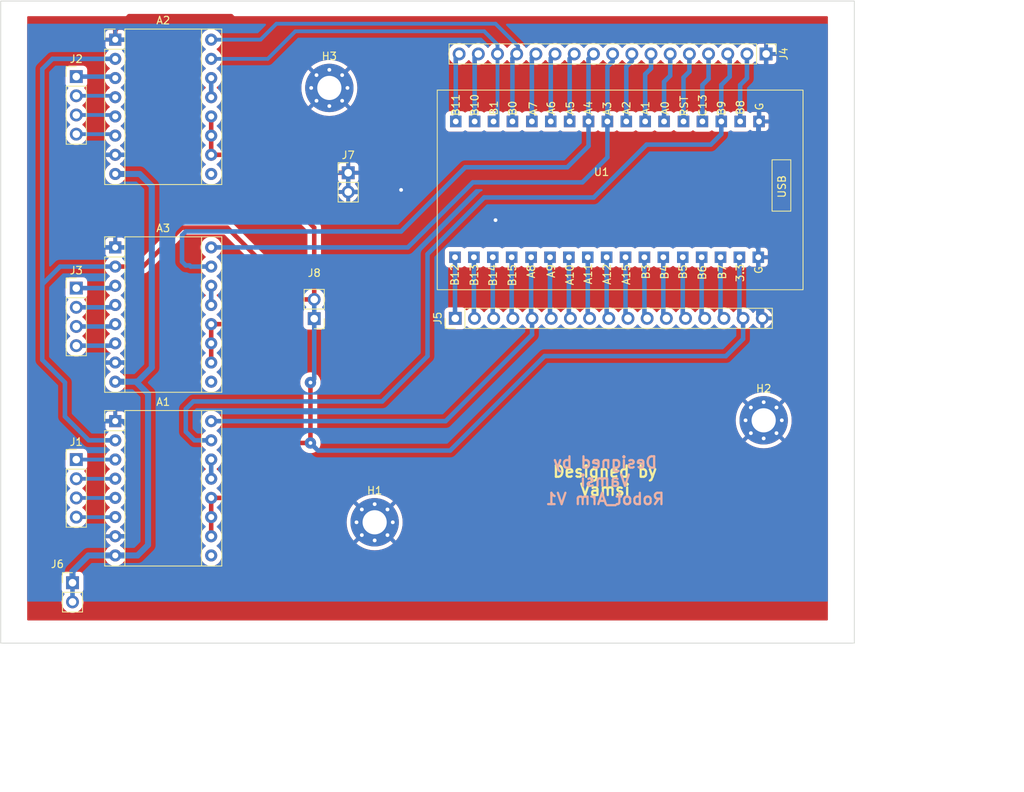
<source format=kicad_pcb>
(kicad_pcb (version 20211014) (generator pcbnew)
  (layers (0 "F.Cu" signal) (31 "B.Cu" signal) (34 "B.Paste" user) (35 "F.Paste" user) (36 "B.SilkS" user "B.Silkscreen") (37 "F.SilkS" user "F.Silkscreen") (38 "B.Mask" user) (39 "F.Mask" user) (44 "Edge.Cuts" user))
  (net 0 "")
  (net 1 "GND")
  (net 2 "3.3v")
  (net 3 "Net-(A1-Pad3)")
  (net 4 "Net-(A1-Pad4)")
  (net 5 "Net-(A1-Pad5)")
  (net 6 "Net-(A1-Pad6)")
  (net 7 "VMOT")
  (net 9 "Net-(A1-Pad13)")
  (net 10 "STEP1")
  (net 11 "DIR1")
  (net 12 "Net-(A2-Pad3)")
  (net 13 "Net-(A2-Pad4)")
  (net 14 "Net-(A2-Pad5)")
  (net 15 "Net-(A2-Pad6)")
  (net 17 "Net-(A2-Pad13)")
  (net 18 "STEP2")
  (net 19 "DIR2")
  (net 20 "Net-(A3-Pad3)")
  (net 21 "Net-(A3-Pad4)")
  (net 22 "Net-(A3-Pad5)")
  (net 23 "Net-(A3-Pad6)")
  (net 25 "Net-(A3-Pad13)")
  (net 26 "STEP3")
  (net 27 "DIR3")
  (net 28 "Net-(J4-Pad2)")
  (net 29 "Net-(J4-Pad4)")
  (net 30 "Net-(J4-Pad5)")
  (net 31 "Net-(J4-Pad7)")
  (net 32 "Net-(J4-Pad8)")
  (net 33 "Net-(J4-Pad11)")
  (net 34 "Net-(J4-Pad12)")
  (net 35 "Net-(J4-Pad13)")
  (net 36 "Net-(J4-Pad16)")
  (net 37 "Net-(J4-Pad17)")
  (net 38 "Net-(J5-Pad1)")
  (net 39 "Net-(J5-Pad2)")
  (net 40 "Net-(J5-Pad3)")
  (net 41 "Net-(J5-Pad4)")
  (net 42 "Net-(J5-Pad6)")
  (net 43 "Net-(J5-Pad7)")
  (net 44 "Net-(J5-Pad8)")
  (net 45 "Net-(J5-Pad9)")
  (net 46 "Net-(J5-Pad10)")
  (net 47 "Net-(J5-Pad11)")
  (net 48 "Net-(J5-Pad12)")
  (net 49 "Net-(J5-Pad13)")
  (net 50 "Net-(J5-Pad14)")
  (net 51 "Net-(J5-Pad15)")
  (net 52 "/A0")
  (footprint "MountingHole:MountingHole_3.2mm_M3_Pad_Via" (layer "F.Cu") (at 109.5 53)
    (fp_text reference "H3" (at 0 -4.2) (layer "F.SilkS"))
    (fp_text value "MountingHole_Pad")
    (pad "1" thru_hole circle (at 0 0) (size 6.4 6.4) (drill 3.2) (layers *.Cu *.Mask) (net 1 "GND"))
    (pad "1" thru_hole circle (at -2.4 0) (size 0.8 0.8) (drill 0.5) (layers *.Cu *.Mask) (net 1 "GND"))
    (pad "1" thru_hole circle (at 0 2.4) (size 0.8 0.8) (drill 0.5) (layers *.Cu *.Mask) (net 1 "GND"))
    (pad "1" thru_hole circle (at -1.697056 -1.697056) (size 0.8 0.8) (drill 0.5) (layers *.Cu *.Mask) (net 1 "GND"))
    (pad "1" thru_hole circle (at 2.4 0) (size 0.8 0.8) (drill 0.5) (layers *.Cu *.Mask) (net 1 "GND"))
    (pad "1" thru_hole circle (at 1.697056 1.697056) (size 0.8 0.8) (drill 0.5) (layers *.Cu *.Mask) (net 1 "GND"))
    (pad "1" thru_hole circle (at 0 -2.4) (size 0.8 0.8) (drill 0.5) (layers *.Cu *.Mask) (net 1 "GND"))
    (pad "1" thru_hole circle (at 1.697056 -1.697056) (size 0.8 0.8) (drill 0.5) (layers *.Cu *.Mask) (net 1 "GND"))
    (pad "1" thru_hole circle (at -1.697056 1.697056) (size 0.8 0.8) (drill 0.5) (layers *.Cu *.Mask) (net 1 "GND"))
  )
  (footprint "Connector_PinHeader_2.54mm:PinHeader_1x02_P2.54mm_Vertical" (layer "F.Cu") (at 107.5 83.54 180)
    (fp_text reference "J8" (at 0 6.04) (layer "F.SilkS"))
    (fp_text value "Conn_01x02_Male")
    (pad "1" thru_hole rect (at 0 0 180) (size 1.7 1.7) (drill 1) (layers *.Cu *.Mask) (net 2 "3.3v"))
    (pad "2" thru_hole oval (at 0 2.54 180) (size 1.7 1.7) (drill 1) (layers *.Cu *.Mask) (net 2 "3.3v"))
  )
  (footprint "Vamsi:STM32F1" (layer "F.Cu") (at 145.562932 67.4875)
    (fp_text reference "U1" (at -0.025 -3.35 unlocked) (layer "F.SilkS"))
    (fp_text value "STM32F1")
    (fp_text user "B10" (at -16.825 -12.225 90 unlocked) (layer "F.SilkS"))
    (fp_text user "A15" (at 3.25 10.2 90 unlocked) (layer "F.SilkS"))
    (fp_text user "B15" (at -11.85 10.3 90 unlocked) (layer "F.SilkS"))
    (fp_text user "B14" (at -14.4 10.3 90 unlocked) (layer "F.SilkS"))
    (fp_text user "B5" (at 10.75 9.85 90 unlocked) (layer "F.SilkS"))
    (fp_text user "A8" (at -9.35 9.8 90 unlocked) (layer "F.SilkS"))
    (fp_text user "A1" (at 5.775 -11.825 90 unlocked) (layer "F.SilkS"))
    (fp_text user "RST" (at 10.9 -12.1 90 unlocked) (layer "F.SilkS"))
    (fp_text user "A10" (at -4.225 10.25 90 unlocked) (layer "F.SilkS"))
    (fp_text user "B12" (at -19.45 10.25 90 unlocked) (layer "F.SilkS"))
    (fp_text user "A9" (at -6.7 9.75 90 unlocked) (layer "F.SilkS"))
    (fp_text user "B7" (at 15.95 9.875 90 unlocked) (layer "F.SilkS"))
    (fp_text user "A2" (at 3.275 -11.825 90 unlocked) (layer "F.SilkS"))
    (fp_text user "G" (at 20.775 9.625 90 unlocked) (layer "F.SilkS"))
    (fp_text user "USB" (at 23.85 -1.425 90 unlocked) (layer "F.SilkS"))
    (fp_text user "B9" (at 15.85 -11.8 90 unlocked) (layer "F.SilkS"))
    (fp_text user "B6" (at 13.3 9.95 90 unlocked) (layer "F.SilkS"))
    (fp_text user "A11" (at -1.8 10.125 90 unlocked) (layer "F.SilkS"))
    (fp_text user "B8" (at 18.35 -11.9 90 unlocked) (layer "F.SilkS"))
    (fp_text user "A3" (at 0.725 -11.775 90 unlocked) (layer "F.SilkS"))
    (fp_text user "A6" (at -6.7 -11.85 90 unlocked) (layer "F.SilkS"))
    (fp_text user "C13" (at 13.35 -12.175 90 unlocked) (layer "F.SilkS"))
    (fp_text user "A12" (at 0.7 10.175 90 unlocked) (layer "F.SilkS"))
    (fp_text user "B0" (at -11.8 -11.8 90 unlocked) (layer "F.SilkS"))
    (fp_text user "A7" (at -9.075 -11.75 90 unlocked) (layer "F.SilkS"))
    (fp_text user "A0" (at 8.375 -11.825 90 unlocked) (layer "F.SilkS"))
    (fp_text user "B11" (at -19.325 -12.225 90 unlocked) (layer "F.SilkS"))
    (fp_text user "G" (at 20.875 -12.025 90 unlocked) (layer "F.SilkS"))
    (fp_text user "3.3" (at 18.325 10 90 unlocked) (layer "F.SilkS"))
    (fp_text user "B1" (at -14.275 -11.825 90 unlocked) (layer "F.SilkS"))
    (fp_text user "B3" (at 5.85 9.85 90 unlocked) (layer "F.SilkS"))
    (fp_text user "B13" (at -16.875 10.275 90 unlocked) (layer "F.SilkS"))
    (fp_text user "A5" (at -4.175 -11.825 90 unlocked) (layer "F.SilkS"))
    (fp_text user "B4" (at 8.325 9.875 90 unlocked) (layer "F.SilkS"))
    (fp_text user "A4" (at -1.775 -11.85 90 unlocked) (layer "F.SilkS"))
    (pad "1" thru_hole rect (at -19.325 -10.05) (size 1.524 1.524) (drill 0.762) (layers *.Cu *.Mask) (net 37 "Net-(J4-Pad17)"))
    (pad "2" thru_hole rect (at -16.825 -10.05) (size 1.524 1.524) (drill 0.762) (layers *.Cu *.Mask) (net 36 "Net-(J4-Pad16)"))
    (pad "3" thru_hole rect (at -14.325 -10.05) (size 1.524 1.524) (drill 0.762) (layers *.Cu *.Mask) (net 18 "STEP2"))
    (pad "4" thru_hole rect (at -11.825 -10.05) (size 1.524 1.524) (drill 0.762) (layers *.Cu *.Mask) (net 19 "DIR2"))
    (pad "5" thru_hole rect (at -9.25 -10.05) (size 1.524 1.524) (drill 0.762) (layers *.Cu *.Mask) (net 35 "Net-(J4-Pad13)"))
    (pad "6" thru_hole rect (at -6.75 -10.05) (size 1.524 1.524) (drill 0.762) (layers *.Cu *.Mask) (net 34 "Net-(J4-Pad12)"))
    (pad "7" thru_hole rect (at -4.25 -10.05) (size 1.524 1.524) (drill 0.762) (layers *.Cu *.Mask) (net 33 "Net-(J4-Pad11)"))
    (pad "8" thru_hole rect (at -1.75 -10.05) (size 1.524 1.524) (drill 0.762) (layers *.Cu *.Mask) (net 26 "STEP3"))
    (pad "9" thru_hole rect (at 0.75 -10.05) (size 1.524 1.524) (drill 0.762) (layers *.Cu *.Mask) (net 27 "DIR3"))
    (pad "10" thru_hole rect (at 3.25 -10.05) (size 1.524 1.524) (drill 0.762) (layers *.Cu *.Mask) (net 32 "Net-(J4-Pad8)"))
    (pad "11" thru_hole rect (at 5.75 -10.05) (size 1.524 1.524) (drill 0.762) (layers *.Cu *.Mask) (net 31 "Net-(J4-Pad7)"))
    (pad "12" thru_hole rect (at 8.25 -10.05) (size 1.524 1.524) (drill 0.762) (layers *.Cu *.Mask) (net 52 "/A0"))
    (pad "13" thru_hole rect (at 10.825 -10.05) (size 1.524 1.524) (drill 0.762) (layers *.Cu *.Mask) (net 30 "Net-(J4-Pad5)"))
    (pad "14" thru_hole rect (at 13.325 -10.05) (size 1.524 1.524) (drill 0.762) (layers *.Cu *.Mask) (net 29 "Net-(J4-Pad4)"))
    (pad "15" thru_hole rect (at 15.825 -10.05) (size 1.524 1.524) (drill 0.762) (layers *.Cu *.Mask) (net 10 "STEP1"))
    (pad "16" thru_hole rect (at 18.325 -10.05) (size 1.524 1.524) (drill 0.762) (layers *.Cu *.Mask) (net 28 "Net-(J4-Pad2)"))
    (pad "17" thru_hole rect (at 20.825 -10.05) (size 1.524 1.524) (drill 0.762) (layers *.Cu *.Mask) (net 1 "GND"))
    (pad "18" thru_hole rect (at 20.725 7.925) (size 1.524 1.524) (drill 0.762) (layers *.Cu *.Mask) (net 1 "GND"))
    (pad "19" thru_hole rect (at 18.225 7.925) (size 1.524 1.524) (drill 0.762) (layers *.Cu *.Mask) (net 2 "3.3v"))
    (pad "20" thru_hole rect (at 15.725 7.925) (size 1.524 1.524) (drill 0.762) (layers *.Cu *.Mask) (net 51 "Net-(J5-Pad15)"))
    (pad "21" thru_hole rect (at 13.225 7.925) (size 1.524 1.524) (drill 0.762) (layers *.Cu *.Mask) (net 50 "Net-(J5-Pad14)"))
    (pad "22" thru_hole rect (at 10.725 7.925) (size 1.524 1.524) (drill 0.762) (layers *.Cu *.Mask) (net 49 "Net-(J5-Pad13)"))
    (pad "23" thru_hole rect (at 8.15 7.925) (size 1.524 1.524) (drill 0.762) (layers *.Cu *.Mask) (net 48 "Net-(J5-Pad12)"))
    (pad "24" thru_hole rect (at 5.65 7.925) (size 1.524 1.524) (drill 0.762) (layers *.Cu *.Mask) (net 47 "Net-(J5-Pad11)"))
    (pad "25" thru_hole rect (at 3.15 7.925) (size 1.524 1.524) (drill 0.762) (layers *.Cu *.Mask) (net 46 "Net-(J5-Pad10)"))
    (pad "26" thru_hole rect (at 0.65 7.925) (size 1.524 1.524) (drill 0.762) (layers *.Cu *.Mask) (net 45 "Net-(J5-Pad9)"))
    (pad "27" thru_hole rect (at -1.85 7.925) (size 1.524 1.524) (drill 0.762) (layers *.Cu *.Mask) (net 44 "Net-(J5-Pad8)"))
    (pad "28" thru_hole rect (at -4.35 7.925) (size 1.524 1.524) (drill 0.762) (layers *.Cu *.Mask) (net 43 "Net-(J5-Pad7)"))
    (pad "29" thru_hole rect (at -6.85 7.925) (size 1.524 1.524) (drill 0.762) (layers *.Cu *.Mask) (net 42 "Net-(J5-Pad6)"))
    (pad "30" thru_hole rect (at -9.35 7.925) (size 1.524 1.524) (drill 0.762) (layers *.Cu *.Mask) (net 11 "DIR1"))
    (pad "31" thru_hole rect (at -11.925 7.925) (size 1.524 1.524) (drill 0.762) (layers *.Cu *.Mask) (net 41 "Net-(J5-Pad4)"))
    (pad "32" thru_hole rect (at -14.425 7.925) (size 1.524 1.524) (drill 0.762) (layers *.Cu *.Mask) (net 40 "Net-(J5-Pad3)"))
    (pad "33" thru_hole rect (at -16.925 7.925) (size 1.524 1.524) (drill 0.762) (layers *.Cu *.Mask) (net 39 "Net-(J5-Pad2)"))
    (pad "34" thru_hole rect (at -19.425 7.925) (size 1.524 1.524) (drill 0.762) (layers *.Cu *.Mask) (net 38 "Net-(J5-Pad1)"))
  )
  (footprint "Connector_PinHeader_2.54mm:PinHeader_1x17_P2.54mm_Vertical" (layer "F.Cu") (at 167.325 48.5 -90)
    (fp_text reference "J4" (at 0 -2.33 90) (layer "F.SilkS"))
    (fp_text value "Conn_01x17_Male")
    (pad "1" thru_hole rect (at 0 0 270) (size 1.7 1.7) (drill 1) (layers *.Cu *.Mask) (net 1 "GND"))
    (pad "2" thru_hole oval (at 0 2.54 270) (size 1.7 1.7) (drill 1) (layers *.Cu *.Mask) (net 28 "Net-(J4-Pad2)"))
    (pad "3" thru_hole oval (at 0 5.08 270) (size 1.7 1.7) (drill 1) (layers *.Cu *.Mask) (net 10 "STEP1"))
    (pad "4" thru_hole oval (at 0 7.62 270) (size 1.7 1.7) (drill 1) (layers *.Cu *.Mask) (net 29 "Net-(J4-Pad4)"))
    (pad "5" thru_hole oval (at 0 10.16 270) (size 1.7 1.7) (drill 1) (layers *.Cu *.Mask) (net 30 "Net-(J4-Pad5)"))
    (pad "6" thru_hole oval (at 0 12.7 270) (size 1.7 1.7) (drill 1) (layers *.Cu *.Mask) (net 52 "/A0"))
    (pad "7" thru_hole oval (at 0 15.24 270) (size 1.7 1.7) (drill 1) (layers *.Cu *.Mask) (net 31 "Net-(J4-Pad7)"))
    (pad "8" thru_hole oval (at 0 17.78 270) (size 1.7 1.7) (drill 1) (layers *.Cu *.Mask) (net 32 "Net-(J4-Pad8)"))
    (pad "9" thru_hole oval (at 0 20.32 270) (size 1.7 1.7) (drill 1) (layers *.Cu *.Mask) (net 27 "DIR3"))
    (pad "10" thru_hole oval (at 0 22.86 270) (size 1.7 1.7) (drill 1) (layers *.Cu *.Mask) (net 26 "STEP3"))
    (pad "11" thru_hole oval (at 0 25.4 270) (size 1.7 1.7) (drill 1) (layers *.Cu *.Mask) (net 33 "Net-(J4-Pad11)"))
    (pad "12" thru_hole oval (at 0 27.94 270) (size 1.7 1.7) (drill 1) (layers *.Cu *.Mask) (net 34 "Net-(J4-Pad12)"))
    (pad "13" thru_hole oval (at 0 30.48 270) (size 1.7 1.7) (drill 1) (layers *.Cu *.Mask) (net 35 "Net-(J4-Pad13)"))
    (pad "14" thru_hole oval (at 0 33.02 270) (size 1.7 1.7) (drill 1) (layers *.Cu *.Mask) (net 19 "DIR2"))
    (pad "15" thru_hole oval (at 0 35.56 270) (size 1.7 1.7) (drill 1) (layers *.Cu *.Mask) (net 18 "STEP2"))
    (pad "16" thru_hole oval (at 0 38.1 270) (size 1.7 1.7) (drill 1) (layers *.Cu *.Mask) (net 36 "Net-(J4-Pad16)"))
    (pad "17" thru_hole oval (at 0 40.64 270) (size 1.7 1.7) (drill 1) (layers *.Cu *.Mask) (net 37 "Net-(J4-Pad17)"))
  )
  (footprint "Connector_PinHeader_2.54mm:PinHeader_1x02_P2.54mm_Vertical" (layer "F.Cu") (at 75.5 118.5)
    (fp_text reference "J6" (at -2 -2.46) (layer "F.SilkS"))
    (fp_text value "Conn_01x02_Male")
    (pad "1" thru_hole rect (at 0 0) (size 1.7 1.7) (drill 1) (layers *.Cu *.Mask) (net 7 "VMOT"))
    (pad "2" thru_hole oval (at 0 2.54) (size 1.7 1.7) (drill 1) (layers *.Cu *.Mask) (net 7 "VMOT"))
  )
  (footprint "MountingHole:MountingHole_3.2mm_M3_Pad_Via" (layer "F.Cu") (at 115.5 110.5)
    (fp_text reference "H1" (at 0 -4.2) (layer "F.SilkS"))
    (fp_text value "MountingHole_Pad")
    (pad "1" thru_hole circle (at 2.4 0) (size 0.8 0.8) (drill 0.5) (layers *.Cu *.Mask) (net 1 "GND"))
    (pad "1" thru_hole circle (at 0 0) (size 6.4 6.4) (drill 3.2) (layers *.Cu *.Mask) (net 1 "GND"))
    (pad "1" thru_hole circle (at 0 2.4) (size 0.8 0.8) (drill 0.5) (layers *.Cu *.Mask) (net 1 "GND"))
    (pad "1" thru_hole circle (at 1.697056 -1.697056) (size 0.8 0.8) (drill 0.5) (layers *.Cu *.Mask) (net 1 "GND"))
    (pad "1" thru_hole circle (at 0 -2.4) (size 0.8 0.8) (drill 0.5) (layers *.Cu *.Mask) (net 1 "GND"))
    (pad "1" thru_hole circle (at 1.697056 1.697056) (size 0.8 0.8) (drill 0.5) (layers *.Cu *.Mask) (net 1 "GND"))
    (pad "1" thru_hole circle (at -2.4 0) (size 0.8 0.8) (drill 0.5) (layers *.Cu *.Mask) (net 1 "GND"))
    (pad "1" thru_hole circle (at -1.697056 -1.697056) (size 0.8 0.8) (drill 0.5) (layers *.Cu *.Mask) (net 1 "GND"))
    (pad "1" thru_hole circle (at -1.697056 1.697056) (size 0.8 0.8) (drill 0.5) (layers *.Cu *.Mask) (net 1 "GND"))
  )
  (footprint "Connector_PinHeader_2.54mm:PinHeader_1x02_P2.54mm_Vertical" (layer "F.Cu") (at 112 64.23)
    (fp_text reference "J7" (at 0 -2.33) (layer "F.SilkS"))
    (fp_text value "Conn_01x02_Male")
    (pad "1" thru_hole rect (at 0 0) (size 1.7 1.7) (drill 1) (layers *.Cu *.Mask) (net 1 "GND"))
    (pad "2" thru_hole oval (at 0 2.54) (size 1.7 1.7) (drill 1) (layers *.Cu *.Mask) (net 1 "GND"))
  )
  (footprint "Connector_PinHeader_2.54mm:PinHeader_1x17_P2.54mm_Vertical" (layer "F.Cu") (at 126.175 83.5 90)
    (fp_text reference "J5" (at 0 -2.33 90) (layer "F.SilkS"))
    (fp_text value "Conn_01x17_Male")
    (pad "1" thru_hole rect (at 0 0 90) (size 1.7 1.7) (drill 1) (layers *.Cu *.Mask) (net 38 "Net-(J5-Pad1)"))
    (pad "2" thru_hole oval (at 0 2.54 90) (size 1.7 1.7) (drill 1) (layers *.Cu *.Mask) (net 39 "Net-(J5-Pad2)"))
    (pad "3" thru_hole oval (at 0 5.08 90) (size 1.7 1.7) (drill 1) (layers *.Cu *.Mask) (net 40 "Net-(J5-Pad3)"))
    (pad "4" thru_hole oval (at 0 7.62 90) (size 1.7 1.7) (drill 1) (layers *.Cu *.Mask) (net 41 "Net-(J5-Pad4)"))
    (pad "5" thru_hole oval (at 0 10.16 90) (size 1.7 1.7) (drill 1) (layers *.Cu *.Mask) (net 11 "DIR1"))
    (pad "6" thru_hole oval (at 0 12.7 90) (size 1.7 1.7) (drill 1) (layers *.Cu *.Mask) (net 42 "Net-(J5-Pad6)"))
    (pad "7" thru_hole oval (at 0 15.24 90) (size 1.7 1.7) (drill 1) (layers *.Cu *.Mask) (net 43 "Net-(J5-Pad7)"))
    (pad "8" thru_hole oval (at 0 17.78 90) (size 1.7 1.7) (drill 1) (layers *.Cu *.Mask) (net 44 "Net-(J5-Pad8)"))
    (pad "9" thru_hole oval (at 0 20.32 90) (size 1.7 1.7) (drill 1) (layers *.Cu *.Mask) (net 45 "Net-(J5-Pad9)"))
    (pad "10" thru_hole oval (at 0 22.86 90) (size 1.7 1.7) (drill 1) (layers *.Cu *.Mask) (net 46 "Net-(J5-Pad10)"))
    (pad "11" thru_hole oval (at 0 25.4 90) (size 1.7 1.7) (drill 1) (layers *.Cu *.Mask) (net 47 "Net-(J5-Pad11)"))
    (pad "12" thru_hole oval (at 0 27.94 90) (size 1.7 1.7) (drill 1) (layers *.Cu *.Mask) (net 48 "Net-(J5-Pad12)"))
    (pad "13" thru_hole oval (at 0 30.48 90) (size 1.7 1.7) (drill 1) (layers *.Cu *.Mask) (net 49 "Net-(J5-Pad13)"))
    (pad "14" thru_hole oval (at 0 33.02 90) (size 1.7 1.7) (drill 1) (layers *.Cu *.Mask) (net 50 "Net-(J5-Pad14)"))
    (pad "15" thru_hole oval (at 0 35.56 90) (size 1.7 1.7) (drill 1) (layers *.Cu *.Mask) (net 51 "Net-(J5-Pad15)"))
    (pad "16" thru_hole oval (at 0 38.1 90) (size 1.7 1.7) (drill 1) (layers *.Cu *.Mask) (net 2 "3.3v"))
    (pad "17" thru_hole oval (at 0 40.64 90) (size 1.7 1.7) (drill 1) (layers *.Cu *.Mask) (net 1 "GND"))
  )
  (footprint "Module:Pololu_Breakout-16_15.2x20.3mm" (layer "F.Cu") (at 81.16 74.11)
    (fp_text reference "A3" (at 6.35 -2.54) (layer "F.SilkS"))
    (fp_text value "Pololu_Breakout_A4988")
    (pad "1" thru_hole rect (at 0 0) (size 1.6 1.6) (drill 0.8) (layers *.Cu *.Mask) (net 1 "GND"))
    (pad "2" thru_hole oval (at 0 2.54) (size 1.6 1.6) (drill 0.8) (layers *.Cu *.Mask) (net 2 "3.3v"))
    (pad "3" thru_hole oval (at 0 5.08) (size 1.6 1.6) (drill 0.8) (layers *.Cu *.Mask) (net 20 "Net-(A3-Pad3)"))
    (pad "4" thru_hole oval (at 0 7.62) (size 1.6 1.6) (drill 0.8) (layers *.Cu *.Mask) (net 21 "Net-(A3-Pad4)"))
    (pad "5" thru_hole oval (at 0 10.16) (size 1.6 1.6) (drill 0.8) (layers *.Cu *.Mask) (net 22 "Net-(A3-Pad5)"))
    (pad "6" thru_hole oval (at 0 12.7) (size 1.6 1.6) (drill 0.8) (layers *.Cu *.Mask) (net 23 "Net-(A3-Pad6)"))
    (pad "7" thru_hole oval (at 0 15.24) (size 1.6 1.6) (drill 0.8) (layers *.Cu *.Mask) (net 1 "GND"))
    (pad "8" thru_hole oval (at 0 17.78) (size 1.6 1.6) (drill 0.8) (layers *.Cu *.Mask) (net 7 "VMOT"))
    (pad "9" thru_hole oval (at 12.7 17.78) (size 1.6 1.6) (drill 0.8) (layers *.Cu *.Mask))
    (pad "10" thru_hole oval (at 12.7 15.24) (size 1.6 1.6) (drill 0.8) (layers *.Cu *.Mask) (net 2 "3.3v"))
    (pad "11" thru_hole oval (at 12.7 12.7) (size 1.6 1.6) (drill 0.8) (layers *.Cu *.Mask) (net 2 "3.3v"))
    (pad "12" thru_hole oval (at 12.7 10.16) (size 1.6 1.6) (drill 0.8) (layers *.Cu *.Mask) (net 2 "3.3v"))
    (pad "13" thru_hole oval (at 12.7 7.62) (size 1.6 1.6) (drill 0.8) (layers *.Cu *.Mask) (net 25 "Net-(A3-Pad13)"))
    (pad "14" thru_hole oval (at 12.7 5.08) (size 1.6 1.6) (drill 0.8) (layers *.Cu *.Mask) (net 25 "Net-(A3-Pad13)"))
    (pad "15" thru_hole oval (at 12.7 2.54) (size 1.6 1.6) (drill 0.8) (layers *.Cu *.Mask) (net 26 "STEP3"))
    (pad "16" thru_hole oval (at 12.7 0) (size 1.6 1.6) (drill 0.8) (layers *.Cu *.Mask) (net 27 "DIR3"))
  )
  (footprint "Connector_PinHeader_2.54mm:PinHeader_1x04_P2.54mm_Vertical" (layer "F.Cu") (at 76 51.5)
    (fp_text reference "J2" (at 0 -2.33) (layer "F.SilkS"))
    (fp_text value "Conn_01x04_Male")
    (pad "1" thru_hole rect (at 0 0) (size 1.7 1.7) (drill 1) (layers *.Cu *.Mask) (net 12 "Net-(A2-Pad3)"))
    (pad "2" thru_hole oval (at 0 2.54) (size 1.7 1.7) (drill 1) (layers *.Cu *.Mask) (net 13 "Net-(A2-Pad4)"))
    (pad "3" thru_hole oval (at 0 5.08) (size 1.7 1.7) (drill 1) (layers *.Cu *.Mask) (net 14 "Net-(A2-Pad5)"))
    (pad "4" thru_hole oval (at 0 7.62) (size 1.7 1.7) (drill 1) (layers *.Cu *.Mask) (net 15 "Net-(A2-Pad6)"))
  )
  (footprint "MountingHole:MountingHole_3.2mm_M3_Pad_Via" (layer "F.Cu") (at 167 97)
    (fp_text reference "H2" (at 0 -4.2) (layer "F.SilkS"))
    (fp_text value "MountingHole_Pad")
    (pad "1" thru_hole circle (at 0 2.4) (size 0.8 0.8) (drill 0.5) (layers *.Cu *.Mask) (net 1 "GND"))
    (pad "1" thru_hole circle (at 1.697056 1.697056) (size 0.8 0.8) (drill 0.5) (layers *.Cu *.Mask) (net 1 "GND"))
    (pad "1" thru_hole circle (at -1.697056 1.697056) (size 0.8 0.8) (drill 0.5) (layers *.Cu *.Mask) (net 1 "GND"))
    (pad "1" thru_hole circle (at 0 -2.4) (size 0.8 0.8) (drill 0.5) (layers *.Cu *.Mask) (net 1 "GND"))
    (pad "1" thru_hole circle (at 1.697056 -1.697056) (size 0.8 0.8) (drill 0.5) (layers *.Cu *.Mask) (net 1 "GND"))
    (pad "1" thru_hole circle (at -2.4 0) (size 0.8 0.8) (drill 0.5) (layers *.Cu *.Mask) (net 1 "GND"))
    (pad "1" thru_hole circle (at -1.697056 -1.697056) (size 0.8 0.8) (drill 0.5) (layers *.Cu *.Mask) (net 1 "GND"))
    (pad "1" thru_hole circle (at 0 0) (size 6.4 6.4) (drill 3.2) (layers *.Cu *.Mask) (net 1 "GND"))
    (pad "1" thru_hole circle (at 2.4 0) (size 0.8 0.8) (drill 0.5) (layers *.Cu *.Mask) (net 1 "GND"))
  )
  (footprint "Module:Pololu_Breakout-16_15.2x20.3mm" (layer "F.Cu") (at 81.16 46.61)
    (fp_text reference "A2" (at 6.35 -2.54) (layer "F.SilkS"))
    (fp_text value "Pololu_Breakout_A4988")
    (pad "1" thru_hole rect (at 0 0) (size 1.6 1.6) (drill 0.8) (layers *.Cu *.Mask) (net 1 "GND"))
    (pad "2" thru_hole oval (at 0 2.54) (size 1.6 1.6) (drill 0.8) (layers *.Cu *.Mask) (net 2 "3.3v"))
    (pad "3" thru_hole oval (at 0 5.08) (size 1.6 1.6) (drill 0.8) (layers *.Cu *.Mask) (net 12 "Net-(A2-Pad3)"))
    (pad "4" thru_hole oval (at 0 7.62) (size 1.6 1.6) (drill 0.8) (layers *.Cu *.Mask) (net 13 "Net-(A2-Pad4)"))
    (pad "5" thru_hole oval (at 0 10.16) (size 1.6 1.6) (drill 0.8) (layers *.Cu *.Mask) (net 14 "Net-(A2-Pad5)"))
    (pad "6" thru_hole oval (at 0 12.7) (size 1.6 1.6) (drill 0.8) (layers *.Cu *.Mask) (net 15 "Net-(A2-Pad6)"))
    (pad "7" thru_hole oval (at 0 15.24) (size 1.6 1.6) (drill 0.8) (layers *.Cu *.Mask) (net 1 "GND"))
    (pad "8" thru_hole oval (at 0 17.78) (size 1.6 1.6) (drill 0.8) (layers *.Cu *.Mask) (net 7 "VMOT"))
    (pad "9" thru_hole oval (at 12.7 17.78) (size 1.6 1.6) (drill 0.8) (layers *.Cu *.Mask))
    (pad "10" thru_hole oval (at 12.7 15.24) (size 1.6 1.6) (drill 0.8) (layers *.Cu *.Mask) (net 2 "3.3v"))
    (pad "11" thru_hole oval (at 12.7 12.7) (size 1.6 1.6) (drill 0.8) (layers *.Cu *.Mask) (net 2 "3.3v"))
    (pad "12" thru_hole oval (at 12.7 10.16) (size 1.6 1.6) (drill 0.8) (layers *.Cu *.Mask) (net 2 "3.3v"))
    (pad "13" thru_hole oval (at 12.7 7.62) (size 1.6 1.6) (drill 0.8) (layers *.Cu *.Mask) (net 17 "Net-(A2-Pad13)"))
    (pad "14" thru_hole oval (at 12.7 5.08) (size 1.6 1.6) (drill 0.8) (layers *.Cu *.Mask) (net 17 "Net-(A2-Pad13)"))
    (pad "15" thru_hole oval (at 12.7 2.54) (size 1.6 1.6) (drill 0.8) (layers *.Cu *.Mask) (net 18 "STEP2"))
    (pad "16" thru_hole oval (at 12.7 0) (size 1.6 1.6) (drill 0.8) (layers *.Cu *.Mask) (net 19 "DIR2"))
  )
  (footprint "Connector_PinHeader_2.54mm:PinHeader_1x04_P2.54mm_Vertical" (layer "F.Cu") (at 76 102.2)
    (fp_text reference "J1" (at 0 -2.33) (layer "F.SilkS"))
    (fp_text value "Conn_01x04_Male")
    (pad "1" thru_hole rect (at 0 0) (size 1.7 1.7) (drill 1) (layers *.Cu *.Mask) (net 3 "Net-(A1-Pad3)"))
    (pad "2" thru_hole oval (at 0 2.54) (size 1.7 1.7) (drill 1) (layers *.Cu *.Mask) (net 4 "Net-(A1-Pad4)"))
    (pad "3" thru_hole oval (at 0 5.08) (size 1.7 1.7) (drill 1) (layers *.Cu *.Mask) (net 5 "Net-(A1-Pad5)"))
    (pad "4" thru_hole oval (at 0 7.62) (size 1.7 1.7) (drill 1) (layers *.Cu *.Mask) (net 6 "Net-(A1-Pad6)"))
  )
  (footprint "Connector_PinHeader_2.54mm:PinHeader_1x04_P2.54mm_Vertical" (layer "F.Cu") (at 76 79.5)
    (fp_text reference "J3" (at 0 -2.33) (layer "F.SilkS"))
    (fp_text value "Conn_01x04_Male")
    (pad "1" thru_hole rect (at 0 0) (size 1.7 1.7) (drill 1) (layers *.Cu *.Mask) (net 20 "Net-(A3-Pad3)"))
    (pad "2" thru_hole oval (at 0 2.54) (size 1.7 1.7) (drill 1) (layers *.Cu *.Mask) (net 21 "Net-(A3-Pad4)"))
    (pad "3" thru_hole oval (at 0 5.08) (size 1.7 1.7) (drill 1) (layers *.Cu *.Mask) (net 22 "Net-(A3-Pad5)"))
    (pad "4" thru_hole oval (at 0 7.62) (size 1.7 1.7) (drill 1) (layers *.Cu *.Mask) (net 23 "Net-(A3-Pad6)"))
  )
  (footprint "Module:Pololu_Breakout-16_15.2x20.3mm" (layer "F.Cu") (at 81.16 97.11)
    (fp_text reference "A1" (at 6.35 -2.54) (layer "F.SilkS"))
    (fp_text value "Pololu_Breakout_A4988")
    (pad "1" thru_hole rect (at 0 0) (size 1.6 1.6) (drill 0.8) (layers *.Cu *.Mask) (net 1 "GND"))
    (pad "2" thru_hole oval (at 0 2.54) (size 1.6 1.6) (drill 0.8) (layers *.Cu *.Mask) (net 2 "3.3v"))
    (pad "3" thru_hole oval (at 0 5.08) (size 1.6 1.6) (drill 0.8) (layers *.Cu *.Mask) (net 3 "Net-(A1-Pad3)"))
    (pad "4" thru_hole oval (at 0 7.62) (size 1.6 1.6) (drill 0.8) (layers *.Cu *.Mask) (net 4 "Net-(A1-Pad4)"))
    (pad "5" thru_hole oval (at 0 10.16) (size 1.6 1.6) (drill 0.8) (layers *.Cu *.Mask) (net 5 "Net-(A1-Pad5)"))
    (pad "6" thru_hole oval (at 0 12.7) (size 1.6 1.6) (drill 0.8) (layers *.Cu *.Mask) (net 6 "Net-(A1-Pad6)"))
    (pad "7" thru_hole oval (at 0 15.24) (size 1.6 1.6) (drill 0.8) (layers *.Cu *.Mask) (net 1 "GND"))
    (pad "8" thru_hole oval (at 0 17.78) (size 1.6 1.6) (drill 0.8) (layers *.Cu *.Mask) (net 7 "VMOT"))
    (pad "9" thru_hole oval (at 12.7 17.78) (size 1.6 1.6) (drill 0.8) (layers *.Cu *.Mask))
    (pad "10" thru_hole oval (at 12.7 15.24) (size 1.6 1.6) (drill 0.8) (layers *.Cu *.Mask) (net 2 "3.3v"))
    (pad "11" thru_hole oval (at 12.7 12.7) (size 1.6 1.6) (drill 0.8) (layers *.Cu *.Mask) (net 2 "3.3v"))
    (pad "12" thru_hole oval (at 12.7 10.16) (size 1.6 1.6) (drill 0.8) (layers *.Cu *.Mask) (net 2 "3.3v"))
    (pad "13" thru_hole oval (at 12.7 7.62) (size 1.6 1.6) (drill 0.8) (layers *.Cu *.Mask) (net 9 "Net-(A1-Pad13)"))
    (pad "14" thru_hole oval (at 12.7 5.08) (size 1.6 1.6) (drill 0.8) (layers *.Cu *.Mask) (net 9 "Net-(A1-Pad13)"))
    (pad "15" thru_hole oval (at 12.7 2.54) (size 1.6 1.6) (drill 0.8) (layers *.Cu *.Mask) (net 10 "STEP1"))
    (pad "16" thru_hole oval (at 12.7 0) (size 1.6 1.6) (drill 0.8) (layers *.Cu *.Mask) (net 11 "DIR1"))
  )
  (gr_poly (pts (xy 179 126.5) (xy 66 126.5) (xy 66 41.5) (xy 179 41.5)) (layer "Edge.Cuts") (width 0.1) (fill none))
  (gr_text "Designed by\nVamsi\nRobot_Arm V1" (at 146 105) (layer "B.SilkS") (effects (font (size 1.5 1.5) (thickness 0.3)) (justify mirror)))
  (gr_text "Designed by\nVamsi" (at 146 105) (layer "F.SilkS") (effects (font (size 1.5 1.5) (thickness 0.3))))
  (segment (start 112 64.23) (end 106.73 64.23) (width 0.6) (layer "F.Cu") (net 1))
  (segment (start 96.5 43.5) (end 83 43.5) (width 0.6) (layer "F.Cu") (net 1))
  (segment (start 127.5 66.5) (end 131.5 70.5) (width 0.6) (layer "F.Cu") (net 1))
  (segment (start 119 66.5) (end 127.5 66.5) (width 0.6) (layer "F.Cu") (net 1))
  (segment (start 98 45) (end 96.5 43.5) (width 0.6) (layer "F.Cu") (net 1))
  (segment (start 98 55.5) (end 98 45) (width 0.6) (layer "F.Cu") (net 1))
  (segment (start 83 43.5) (end 81.16 45.34) (width 0.6) (layer "F.Cu") (net 1))
  (segment (start 106.73 64.23) (end 98 55.5) (width 0.6) (layer "F.Cu") (net 1))
  (segment (start 81.16 45.34) (end 81.16 46.61) (width 0.6) (layer "F.Cu") (net 1))
  (via (at 131.5 70.5) (size 1.5) (drill 0.5) (layers "F.Cu" "B.Cu") (net 1))
  (via (at 119 66.5) (size 1.5) (drill 0.5) (layers "F.Cu" "B.Cu") (net 1))
  (segment (start 162.575864 70.5) (end 166.287932 74.212068) (width 0.6) (layer "B.Cu") (net 1))
  (segment (start 83.5 98.5) (end 83.5 111.5) (width 0.6) (layer "B.Cu") (net 1))
  (segment (start 83.11 46.61) (end 85.5 49) (width 0.6) (layer "B.Cu") (net 1))
  (segment (start 81.16 97.11) (end 82.11 97.11) (width 0.6) (layer "B.Cu") (net 1))
  (segment (start 112 66.77) (end 112 64.23) (width 0.6) (layer "B.Cu") (net 1))
  (segment (start 82.11 97.11) (end 83.5 98.5) (width 0.6) (layer "B.Cu") (net 1))
  (segment (start 84 75.5) (end 84 88.5) (width 0.6) (layer "B.Cu") (net 1))
  (segment (start 166.287932 74.212068) (end 166.287932 57.5375) (width 0.6) (layer "B.Cu") (net 1))
  (segment (start 82.35 89.35) (end 81.16 89.35) (width 0.6) (layer "B.Cu") (net 1))
  (segment (start 85.5 49) (end 85.5 57) (width 0.6) (layer "B.Cu") (net 1))
  (segment (start 81.16 46.61) (end 83.11 46.61) (width 0.6) (layer "B.Cu") (net 1))
  (segment (start 83.15 61.85) (end 81.16 61.85) (width 0.6) (layer "B.Cu") (net 1))
  (segment (start 82.5 89.5) (end 82.35 89.35) (width 0.6) (layer "B.Cu") (net 1))
  (segment (start 78.11 97.11) (end 76.5 95.5) (width 0.6) (layer "B.Cu") (net 1))
  (segment (start 166.387932 57.4375) (end 166.387932 52.612068) (width 0.6) (layer "B.Cu") (net 1))
  (segment (start 79.5 89.5) (end 79.65 89.35) (width 0.6) (layer "B.Cu") (net 1))
  (segment (start 167.325 51.325) (end 167.325 48.5) (width 0.6) (layer "B.Cu") (net 1))
  (segment (start 81.16 97.11) (end 78.11 97.11) (width 0.6) (layer "B.Cu") (net 1))
  (segment (start 166.287932 75.4125) (end 166.287932 82.972932) (width 0.6) (layer "B.Cu") (net 1))
  (segment (start 166.287932 82.972932) (end 166.815 83.5) (width 0.6) (layer "B.Cu") (net 1))
  (segment (start 166.387932 52.612068) (end 167.5 51.5) (width 0.6) (layer "B.Cu") (net 1))
  (segment (start 82.65 112.35) (end 81.16 112.35) (width 0.6) (layer "B.Cu") (net 1))
  (segment (start 85.5 59.5) (end 83.15 61.85) (width 0.6) (layer "B.Cu") (net 1))
  (segment (start 79 89.5) (end 79.5 89.5) (width 0.6) (layer "B.Cu") (net 1))
  (segment (start 166.287932 75.4125) (end 166.287932 74.212068) (width 0.6) (layer "B.Cu") (net 1))
  (segment (start 85.5 57) (end 85.5 59.5) (width 0.6) (layer "B.Cu") (net 1))
  (segment (start 77 64) (end 79.15 61.85) (width 0.6) (layer "B.Cu") (net 1))
  (segment (start 85.73 56.77) (end 85.5 57) (width 0.6) (layer "B.Cu") (net 1))
  (segment (start 166.287932 57.5375) (end 166.387932 57.4375) (width 0.6) (layer "B.Cu") (net 1))
  (segment (start 79.15 61.85) (end 81.16 61.85) (width 0.6) (layer "B.Cu") (net 1))
  (segment (start 82.61 74.11) (end 84 75.5) (width 0.6) (layer "B.Cu") (net 1))
  (segment (start 81.16 74.11) (end 79.61 74.11) (width 0.6) (layer "B.Cu") (net 1))
  (segment (start 76.5 92) (end 79 89.5) (width 0.6) (layer "B.Cu") (net 1))
  (segment (start 131.5 70.5) (end 162.575864 70.5) (width 0.6) (layer "B.Cu") (net 1))
  (segment (start 79.61 74.11) (end 77 71.5) (width 0.6) (layer "B.Cu") (net 1))
  (segment (start 83 89.5) (end 82.5 89.5) (width 0.6) (layer "B.Cu") (net 1))
  (segment (start 83.5 111.5) (end 82.65 112.35) (width 0.6) (layer "B.Cu") (net 1))
  (segment (start 167.5 51.5) (end 167.325 51.325) (width 0.6) (layer "B.Cu") (net 1))
  (segment (start 81.16 74.11) (end 82.61 74.11) (width 0.6) (layer "B.Cu") (net 1))
  (segment (start 77 71.5) (end 77 64) (width 0.6) (layer "B.Cu") (net 1))
  (segment (start 118.73 66.77) (end 119 66.5) (width 0.6) (layer "B.Cu") (net 1))
  (segment (start 76.5 95.5) (end 76.5 92) (width 0.6) (layer "B.Cu") (net 1))
  (segment (start 79.65 89.35) (end 81.16 89.35) (width 0.6) (layer "B.Cu") (net 1))
  (segment (start 84 88.5) (end 83 89.5) (width 0.6) (layer "B.Cu") (net 1))
  (segment (start 112 66.77) (end 118.73 66.77) (width 0.6) (layer "B.Cu") (net 1))
  (segment (start 107.5 81) (end 105.5 81) (width 0.6) (layer "F.Cu") (net 2))
  (segment (start 93.86 56.77) (end 93.86 59.31) (width 0.6) (layer "F.Cu") (net 2))
  (segment (start 105.5 81) (end 96 71.5) (width 0.6) (layer "F.Cu") (net 2))
  (segment (start 96 71.5) (end 90 71.5) (width 0.6) (layer "F.Cu") (net 2))
  (segment (start 93.86 107.27) (end 95.73 107.27) (width 0.6) (layer "F.Cu") (net 2))
  (segment (start 93.86 84.27) (end 93.86 86.81) (width 0.6) (layer "F.Cu") (net 2))
  (segment (start 84.85 76.65) (end 81.16 76.65) (width 0.6) (layer "F.Cu") (net 2))
  (segment (start 93.86 59.31) (end 93.86 61.85) (width 0.6) (layer "F.Cu") (net 2))
  (segment (start 93.86 84.27) (end 102.23 84.27) (width 0.6) (layer "F.Cu") (net 2))
  (segment (start 95.73 107.27) (end 103 100) (width 0.6) (layer "F.Cu") (net 2))
  (segment (start 93.86 107.27) (end 93.86 109.81) (width 0.6) (layer "F.Cu") (net 2))
  (segment (start 102.23 84.27) (end 105.5 81) (width 0.6) (layer "F.Cu") (net 2))
  (segment (start 107.5 81) (end 107.5 71.5) (width 0.6) (layer "F.Cu") (net 2))
  (segment (start 93.86 86.81) (end 93.86 89.35) (width 0.6) (layer "F.Cu") (net 2))
  (segment (start 107 100) (end 107 92) (width 0.6) (layer "F.Cu") (net 2))
  (segment (start 103 100) (end 107 100) (width 0.6) (layer "F.Cu") (net 2))
  (segment (start 90 71.5) (end 84.85 76.65) (width 0.6) (layer "F.Cu") (net 2))
  (segment (start 93.86 109.81) (end 93.86 112.35) (width 0.6) (layer "F.Cu") (net 2))
  (segment (start 107.5 71.5) (end 97.85 61.85) (width 0.6) (layer "F.Cu") (net 2))
  (segment (start 97.85 61.85) (end 93.86 61.85) (width 0.6) (layer "F.Cu") (net 2))
  (via (at 107 100) (size 1.5) (drill 0.5) (layers "F.Cu" "B.Cu") (net 2))
  (via (at 107 92) (size 1.5) (drill 0.5) (layers "F.Cu" "B.Cu") (net 2))
  (segment (start 74.5 92) (end 74.5 96.5) (width 0.6) (layer "B.Cu") (net 2))
  (segment (start 107 92) (end 107.5 91.5) (width 0.6) (layer "B.Cu") (net 2))
  (segment (start 71.5 89) (end 74.5 92) (width 0.6) (layer "B.Cu") (net 2))
  (segment (start 125.5 101) (end 138 88.5) (width 0.6) (layer "B.Cu") (net 2))
  (segment (start 164.275 86.225) (end 164.275 83.5) (width 0.6) (layer "B.Cu") (net 2))
  (segment (start 73.85 76.65) (end 81.16 76.65) (width 0.6) (layer "B.Cu") (net 2))
  (segment (start 108 101) (end 125.5 101) (width 0.6) (layer "B.Cu") (net 2))
  (segment (start 107.5 81) (end 107.5 83.54) (width 0.6) (layer "B.Cu") (net 2))
  (segment (start 77.65 99.65) (end 81.16 99.65) (width 0.6) (layer "B.Cu") (net 2))
  (segment (start 71.5 89) (end 71.5 79.5) (width 0.6) (layer "B.Cu") (net 2))
  (segment (start 163.787932 75.4125) (end 163.787932 83.012932) (width 0.6) (layer "B.Cu") (net 2))
  (segment (start 81.16 49.15) (end 72.85 49.15) (width 0.6) (layer "B.Cu") (net 2))
  (segment (start 71.5 50.5) (end 71.5 79.5) (width 0.6) (layer "B.Cu") (net 2))
  (segment (start 138 88.5) (end 162 88.5) (width 0.6) (layer "B.Cu") (net 2))
  (segment (start 71.5 79) (end 73.85 76.65) (width 0.6) (layer "B.Cu") (net 2))
  (segment (start 74.5 96.5) (end 77.65 99.65) (width 0.6) (layer "B.Cu") (net 2))
  (segment (start 162 88.5) (end 164.275 86.225) (width 0.6) (layer "B.Cu") (net 2))
  (segment (start 71.5 79.5) (end 71.5 79) (width 0.6) (layer "B.Cu") (net 2))
  (segment (start 163.787932 83.012932) (end 164.275 83.5) (width 0.6) (layer "B.Cu") (net 2))
  (segment (start 107 100) (end 108 101) (width 0.6) (layer "B.Cu") (net 2))
  (segment (start 107.5 91.5) (end 107.5 83.54) (width 0.6) (layer "B.Cu") (net 2))
  (segment (start 72.85 49.15) (end 71.5 50.5) (width 0.6) (layer "B.Cu") (net 2))
  (segment (start 76 102.2) (end 81.15 102.2) (width 0.5) (layer "B.Cu") (net 3))
  (segment (start 81.15 102.2) (end 81.16 102.19) (width 0.25) (layer "B.Cu") (net 3))
  (segment (start 76 104.74) (end 81.15 104.74) (width 0.5) (layer "B.Cu") (net 4))
  (segment (start 81.15 104.74) (end 81.16 104.73) (width 0.25) (layer "B.Cu") (net 4))
  (segment (start 81.15 107.28) (end 81.16 107.27) (width 0.25) (layer "B.Cu") (net 5))
  (segment (start 76 107.28) (end 81.15 107.28) (width 0.5) (layer "B.Cu") (net 5))
  (segment (start 81.15 109.82) (end 81.16 109.81) (width 0.25) (layer "B.Cu") (net 6))
  (segment (start 76 109.82) (end 81.15 109.82) (width 0.5) (layer "B.Cu") (net 6))
  (segment (start 83.89 91.89) (end 81.16 91.89) (width 0.8) (layer "B.Cu") (net 7))
  (segment (start 84.11 114.89) (end 85.5 113.5) (width 0.8) (layer "B.Cu") (net 7))
  (segment (start 85.5 113.5) (end 85.5 93.5) (width 0.8) (layer "B.Cu") (net 7))
  (segment (start 84.39 64.39) (end 81.16 64.39) (width 0.8) (layer "B.Cu") (net 7))
  (segment (start 86 90) (end 86 66) (width 0.8) (layer "B.Cu") (net 7))
  (segment (start 85.5 93.5) (end 83.89 91.89) (width 0.8) (layer "B.Cu") (net 7))
  (segment (start 75.5 121.04) (end 75.5 118.5) (width 0.6) (layer "B.Cu") (net 7))
  (segment (start 75.5 118.5) (end 75.5 117) (width 0.8) (layer "B.Cu") (net 7))
  (segment (start 86 66) (end 84.39 64.39) (width 0.8) (layer "B.Cu") (net 7))
  (segment (start 75.5 117) (end 77.61 114.89) (width 0.8) (layer "B.Cu") (net 7))
  (segment (start 77.61 114.89) (end 81.16 114.89) (width 0.8) (layer "B.Cu") (net 7))
  (segment (start 81.16 114.89) (end 84.11 114.89) (width 0.8) (layer "B.Cu") (net 7))
  (segment (start 84.11 91.89) (end 86 90) (width 0.8) (layer "B.Cu") (net 7))
  (segment (start 83.89 91.89) (end 84.11 91.89) (width 0.8) (layer "B.Cu") (net 7))
  (segment (start 93.86 104.73) (end 93.86 102.19) (width 0.6) (layer "B.Cu") (net 9))
  (segment (start 161.387932 52.612068) (end 162.5 51.5) (width 0.6) (layer "B.Cu") (net 10))
  (segment (start 116.5 94.5) (end 122.5 88.5) (width 0.6) (layer "B.Cu") (net 10))
  (segment (start 162.5 51.5) (end 162.5 48.755) (width 0.6) (layer "B.Cu") (net 10))
  (segment (start 160 60.5) (end 161.387932 59.112068) (width 0.6) (layer "B.Cu") (net 10))
  (segment (start 130 67.5) (end 144.5 67.5) (width 0.6) (layer "B.Cu") (net 10))
  (segment (start 122.5 88.5) (end 122.5 75) (width 0.6) (layer "B.Cu") (net 10))
  (segment (start 144.5 67.5) (end 151.5 60.5) (width 0.6) (layer "B.Cu") (net 10))
  (segment (start 162.5 48.755) (end 162.245 48.5) (width 0.6) (layer "B.Cu") (net 10))
  (segment (start 90.5 95.5) (end 91.5 94.5) (width 0.6) (layer "B.Cu") (net 10))
  (segment (start 151.5 60.5) (end 160 60.5) (width 0.6) (layer "B.Cu") (net 10))
  (segment (start 91.5 94.5) (end 116.5 94.5) (width 0.6) (layer "B.Cu") (net 10))
  (segment (start 93.86 99.65) (end 91.65 99.65) (width 0.6) (layer "B.Cu") (net 10))
  (segment (start 161.387932 59.112068) (end 161.387932 57.4375) (width 0.6) (layer "B.Cu") (net 10))
  (segment (start 122.5 75) (end 130 67.5) (width 0.6) (layer "B.Cu") (net 10))
  (segment (start 161.387932 57.4375) (end 161.387932 52.612068) (width 0.6) (layer "B.Cu") (net 10))
  (segment (start 90.5 98.5) (end 90.5 95.5) (width 0.6) (layer "B.Cu") (net 10))
  (segment (start 91.65 99.65) (end 90.5 98.5) (width 0.6) (layer "B.Cu") (net 10))
  (segment (start 93.86 97.11) (end 124.89 97.11) (width 0.6) (layer "B.Cu") (net 11))
  (segment (start 124.89 97.11) (end 136.335 85.665) (width 0.6) (layer "B.Cu") (net 11))
  (segment (start 136.212932 75.4125) (end 136.212932 83.377932) (width 0.6) (layer "B.Cu") (net 11))
  (segment (start 136.212932 83.377932) (end 136.335 83.5) (width 0.6) (layer "B.Cu") (net 11))
  (segment (start 136.335 85.665) (end 136.335 83.5) (width 0.6) (layer "B.Cu") (net 11))
  (segment (start 80.97 51.5) (end 81.16 51.69) (width 0.25) (layer "B.Cu") (net 12))
  (segment (start 76 51.5) (end 80.97 51.5) (width 0.6) (layer "B.Cu") (net 12))
  (segment (start 80.97 54.04) (end 81.16 54.23) (width 0.25) (layer "B.Cu") (net 13))
  (segment (start 76 54.04) (end 80.97 54.04) (width 0.5) (layer "B.Cu") (net 13))
  (segment (start 80.97 56.58) (end 81.16 56.77) (width 0.25) (layer "B.Cu") (net 14))
  (segment (start 76 56.58) (end 80.97 56.58) (width 0.5) (layer "B.Cu") (net 14))
  (segment (start 80.97 59.12) (end 81.16 59.31) (width 0.25) (layer "B.Cu") (net 15))
  (segment (start 76 59.12) (end 80.97 59.12) (width 0.5) (layer "B.Cu") (net 15))
  (segment (start 93.86 54.23) (end 93.86 51.69) (width 0.6) (layer "B.Cu") (net 17))
  (segment (start 130 45.5) (end 131.765 47.265) (width 0.5) (layer "B.Cu") (net 18))
  (segment (start 131.765 56.910432) (end 131.237932 57.4375) (width 0.5) (layer "B.Cu") (net 18))
  (segment (start 131.765 48.5) (end 131.765 56.910432) (width 0.5) (layer "B.Cu") (net 18))
  (segment (start 131.765 47.265) (end 131.765 48.5) (width 0.5) (layer "B.Cu") (net 18))
  (segment (start 105 45.5) (end 130 45.5) (width 0.5) (layer "B.Cu") (net 18))
  (segment (start 101.35 49.15) (end 105 45.5) (width 0.5) (layer "B.Cu") (net 18))
  (segment (start 93.86 49.15) (end 101.35 49.15) (width 0.5) (layer "B.Cu") (net 18))
  (segment (start 131.5 44.5) (end 134.5 47.5) (width 0.5) (layer "B.Cu") (net 19))
  (segment (start 134.5 48.305) (end 134.305 48.5) (width 0.5) (layer "B.Cu") (net 19))
  (segment (start 133.737932 57.4375) (end 133.737932 49.067068) (width 0.6) (layer "B.Cu") (net 19))
  (segment (start 93.86 46.61) (end 100.39 46.61) (width 0.5) (layer "B.Cu") (net 19))
  (segment (start 100.39 46.61) (end 102.5 44.5) (width 0.5) (layer "B.Cu") (net 19))
  (segment (start 133.737932 49.067068) (end 134.305 48.5) (width 0.6) (layer "B.Cu") (net 19))
  (segment (start 134.5 47.5) (end 134.5 48.305) (width 0.5) (layer "B.Cu") (net 19))
  (segment (start 102.5 44.5) (end 131.5 44.5) (width 0.5) (layer "B.Cu") (net 19))
  (segment (start 80.85 79.5) (end 81.16 79.19) (width 0.6) (layer "B.Cu") (net 20))
  (segment (start 76 79.5) (end 80.85 79.5) (width 0.6) (layer "B.Cu") (net 20))
  (segment (start 76 82.04) (end 80.85 82.04) (width 0.6) (layer "B.Cu") (net 21))
  (segment (start 80.85 82.04) (end 81.16 81.73) (width 0.6) (layer "B.Cu") (net 21))
  (segment (start 80.85 84.58) (end 81.16 84.27) (width 0.6) (layer "B.Cu") (net 22))
  (segment (start 76 84.58) (end 80.85 84.58) (width 0.6) (layer "B.Cu") (net 22))
  (segment (start 80.85 87.12) (end 81.16 86.81) (width 0.6) (layer "B.Cu") (net 23))
  (segment (start 76 87.12) (end 80.85 87.12) (width 0.6) (layer "B.Cu") (net 23))
  (segment (start 93.86 81.73) (end 93.86 79.19) (width 0.6) (layer "B.Cu") (net 25))
  (segment (start 90.5 76.5) (end 91 76.5) (width 0.6) (layer "B.Cu") (net 26))
  (segment (start 143.812932 57.4375) (end 143.812932 49.152068) (width 0.6) (layer "B.Cu") (net 26))
  (segment (start 90.5 72) (end 90 72.5) (width 0.6) (layer "B.Cu") (net 26))
  (segment (start 143.812932 60.687068) (end 141 63.5) (width 0.6) (layer "B.Cu") (net 26))
  (segment (start 90 76) (end 90.5 76.5) (width 0.6) (layer "B.Cu") (net 26))
  (segment (start 91 76.5) (end 91.15 76.65) (width 0.6) (layer "B.Cu") (net 26))
  (segment (start 90 72.5) (end 90 76) (width 0.6) (layer "B.Cu") (net 26))
  (segment (start 119 72) (end 90.5 72) (width 0.6) (layer "B.Cu") (net 26))
  (segment (start 143.812932 49.152068) (end 144.465 48.5) (width 0.6) (layer "B.Cu") (net 26))
  (segment (start 127.5 63.5) (end 119 72) (width 0.6) (layer "B.Cu") (net 26))
  (segment (start 143.812932 57.4375) (end 143.812932 60.687068) (width 0.6) (layer "B.Cu") (net 26))
  (segment (start 91.15 76.65) (end 93.86 76.65) (width 0.6) (layer "B.Cu") (net 26))
  (segment (start 141 63.5) (end 127.5 63.5) (width 0.6) (layer "B.Cu") (net 26))
  (segment (start 146.312932 62.187068) (end 146.312932 57.4375) (width 0.6) (layer "B.Cu") (net 27))
  (segment (start 147.005 49.495) (end 147.005 48.5) (width 0.6) (layer "B.Cu") (net 27))
  (segment (start 93.86 74.11) (end 119.89 74.11) (width 0.6) (layer "B.Cu") (net 27))
  (segment (start 119.89 74.11) (end 128.5 65.5) (width 0.6) (layer "B.Cu") (net 27))
  (segment (start 128.5 65.5) (end 143 65.5) (width 0.6) (layer "B.Cu") (net 27))
  (segment (start 146.312932 57.4375) (end 146.312932 50.187068) (width 0.6) (layer "B.Cu") (net 27))
  (segment (start 146.312932 50.187068) (end 147.005 49.495) (width 0.6) (layer "B.Cu") (net 27))
  (segment (start 143 65.5) (end 146.312932 62.187068) (width 0.6) (layer "B.Cu") (net 27))
  (segment (start 164.785 51.715) (end 164.785 48.5) (width 0.6) (layer "B.Cu") (net 28))
  (segment (start 163.887932 52.612068) (end 164.785 51.715) (width 0.6) (layer "B.Cu") (net 28))
  (segment (start 163.887932 57.4375) (end 163.887932 52.612068) (width 0.6) (layer "B.Cu") (net 28))
  (segment (start 158.887932 57.4375) (end 158.887932 52.612068) (width 0.6) (layer "B.Cu") (net 29))
  (segment (start 158.887932 52.612068) (end 159.705 51.795) (width 0.6) (layer "B.Cu") (net 29))
  (segment (start 159.705 51.795) (end 159.705 48.5) (width 0.6) (layer "B.Cu") (net 29))
  (segment (start 156.387932 51.612068) (end 157.165 50.835) (width 0.6) (layer "B.Cu") (net 30))
  (segment (start 156.387932 57.4375) (end 156.387932 51.612068) (width 0.6) (layer "B.Cu") (net 30))
  (segment (start 157.165 50.835) (end 157.165 48.5) (width 0.6) (layer "B.Cu") (net 30))
  (segment (start 151.312932 51.187068) (end 152.085 50.415) (width 0.6) (layer "B.Cu") (net 31))
  (segment (start 152.085 50.415) (end 152.085 48.5) (width 0.6) (layer "B.Cu") (net 31))
  (segment (start 151.312932 57.4375) (end 151.312932 51.187068) (width 0.6) (layer "B.Cu") (net 31))
  (segment (start 148.812932 57.4375) (end 148.812932 50.187068) (width 0.6) (layer "B.Cu") (net 32))
  (segment (start 148.812932 50.187068) (end 149.545 49.455) (width 0.6) (layer "B.Cu") (net 32))
  (segment (start 149.545 49.455) (end 149.545 48.5) (width 0.6) (layer "B.Cu") (net 32))
  (segment (start 141.312932 57.4375) (end 141.312932 49.112068) (width 0.6) (layer "B.Cu") (net 33))
  (segment (start 141.312932 49.112068) (end 141.925 48.5) (width 0.6) (layer "B.Cu") (net 33))
  (segment (start 138.812932 49.072068) (end 139.385 48.5) (width 0.6) (layer "B.Cu") (net 34))
  (segment (start 138.812932 57.4375) (end 138.812932 49.072068) (width 0.6) (layer "B.Cu") (net 34))
  (segment (start 136.312932 57.4375) (end 136.312932 49.032068) (width 0.6) (layer "B.Cu") (net 35))
  (segment (start 136.312932 49.032068) (end 136.845 48.5) (width 0.6) (layer "B.Cu") (net 35))
  (segment (start 128.737932 57.4375) (end 128.737932 48.987068) (width 0.6) (layer "B.Cu") (net 36))
  (segment (start 128.737932 48.987068) (end 129.225 48.5) (width 0.6) (layer "B.Cu") (net 36))
  (segment (start 126.237932 48.947068) (end 126.685 48.5) (width 0.6) (layer "B.Cu") (net 37))
  (segment (start 126.237932 57.4375) (end 126.237932 48.947068) (width 0.6) (layer "B.Cu") (net 37))
  (segment (start 126.137932 75.4125) (end 126.137932 83.462932) (width 0.6) (layer "B.Cu") (net 38))
  (segment (start 126.137932 83.462932) (end 126.175 83.5) (width 0.6) (layer "B.Cu") (net 38))
  (segment (start 128.637932 75.4125) (end 128.637932 83.422932) (width 0.6) (layer "B.Cu") (net 39))
  (segment (start 128.637932 83.422932) (end 128.715 83.5) (width 0.6) (layer "B.Cu") (net 39))
  (segment (start 131.137932 75.4125) (end 131.137932 83.382932) (width 0.6) (layer "B.Cu") (net 40))
  (segment (start 131.137932 83.382932) (end 131.255 83.5) (width 0.6) (layer "B.Cu") (net 40))
  (segment (start 133.637932 83.342932) (end 133.795 83.5) (width 0.6) (layer "B.Cu") (net 41))
  (segment (start 133.637932 75.4125) (end 133.637932 83.342932) (width 0.6) (layer "B.Cu") (net 41))
  (segment (start 138.712932 83.337932) (end 138.875 83.5) (width 0.6) (layer "B.Cu") (net 42))
  (segment (start 138.712932 75.4125) (end 138.712932 83.337932) (width 0.6) (layer "B.Cu") (net 42))
  (segment (start 141.212932 83.297932) (end 141.415 83.5) (width 0.6) (layer "B.Cu") (net 43))
  (segment (start 141.212932 75.4125) (end 141.212932 83.297932) (width 0.6) (layer "B.Cu") (net 43))
  (segment (start 143.712932 83.257932) (end 143.955 83.5) (width 0.6) (layer "B.Cu") (net 44))
  (segment (start 143.712932 75.4125) (end 143.712932 83.257932) (width 0.6) (layer "B.Cu") (net 44))
  (segment (start 146.212932 83.217932) (end 146.495 83.5) (width 0.6) (layer "B.Cu") (net 45))
  (segment (start 146.212932 75.4125) (end 146.212932 83.217932) (width 0.6) (layer "B.Cu") (net 45))
  (segment (start 148.712932 83.177932) (end 149.035 83.5) (width 0.6) (layer "B.Cu") (net 46))
  (segment (start 148.712932 75.4125) (end 148.712932 83.177932) (width 0.6) (layer "B.Cu") (net 46))
  (segment (start 151.212932 83.137932) (end 151.575 83.5) (width 0.6) (layer "B.Cu") (net 47))
  (segment (start 151.212932 75.4125) (end 151.212932 83.137932) (width 0.6) (layer "B.Cu") (net 47))
  (segment (start 153.712932 75.4125) (end 153.712932 83.097932) (width 0.6) (layer "B.Cu") (net 48))
  (segment (start 153.712932 83.097932) (end 154.115 83.5) (width 0.6) (layer "B.Cu") (net 48))
  (segment (start 156.287932 83.132932) (end 156.655 83.5) (width 0.6) (layer "B.Cu") (net 49))
  (segment (start 156.287932 75.4125) (end 156.287932 83.132932) (width 0.6) (layer "B.Cu") (net 49))
  (segment (start 158.787932 83.092932) (end 159.195 83.5) (width 0.6) (layer "B.Cu") (net 50))
  (segment (start 158.787932 75.4125) (end 158.787932 83.092932) (width 0.6) (layer "B.Cu") (net 50))
  (segment (start 161.287932 83.052932) (end 161.735 83.5) (width 0.6) (layer "B.Cu") (net 51))
  (segment (start 161.287932 75.4125) (end 161.287932 83.052932) (width 0.6) (layer "B.Cu") (net 51))
  (segment (start 153.812932 57.4375) (end 153.812932 52.187068) (width 0.6) (layer "B.Cu") (net 52))
  (segment (start 153.812932 52.187068) (end 154.625 51.375) (width 0.6) (layer "B.Cu") (net 52))
  (segment (start 154.625 51.375) (end 154.625 48.5) (width 0.6) (layer "B.Cu") (net 52))
  (zone (net 1) (net_name "GND") (layer "F.Cu") (connect_pads (clearance 0.6)) (min_thickness 0.254) (fill yes (thermal_gap 0.508) (thermal_bridge_width 0.508))
    (polygon (pts (xy 175.5 123.5) (xy 69.5 123.5) (xy 69.5 43.5) (xy 175.5 43.5)))
  )
  (zone (net 1) (net_name "GND") (layer "B.Cu") (connect_pads (clearance 0.6)) (min_thickness 0.254) (fill yes (thermal_gap 0.508) (thermal_bridge_width 0.508))
    (polygon (pts (xy 175.5 121) (xy 69.5 121) (xy 69.5 44.5) (xy 175.5 44.5)))
  )
)
</source>
